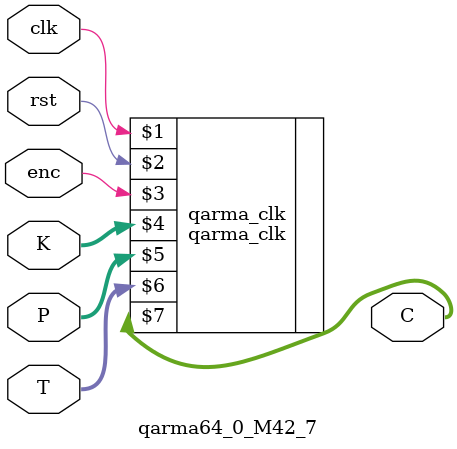
<source format=v>
module qarma64_0_M42_7(
	input clk,
	input rst,
	input enc,
	input wire [2*64-1:0] K,
	input wire [64-1:0] P,
	input wire [64-1:0] T,
	output wire [64-1:0] C
);


qarma_clk qarma_clk(clk, rst, enc, K, P, T, C);

endmodule
</source>
